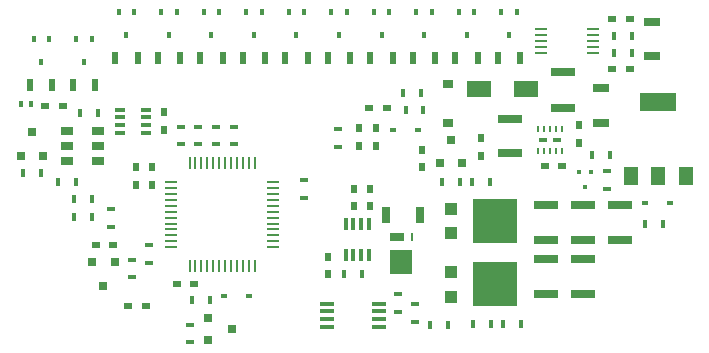
<source format=gbp>
G04 #@! TF.FileFunction,Paste,Bot*
%FSLAX46Y46*%
G04 Gerber Fmt 4.6, Leading zero omitted, Abs format (unit mm)*
G04 Created by KiCad (PCBNEW 4.0.7) date 05/06/18 00:27:53*
%MOMM*%
%LPD*%
G01*
G04 APERTURE LIST*
%ADD10C,0.100000*%
%ADD11R,0.640000X0.600000*%
%ADD12R,0.600000X0.640000*%
%ADD13R,0.480000X0.360000*%
%ADD14R,0.960000X0.720000*%
%ADD15R,1.016000X1.120000*%
%ADD16R,3.840000X3.776000*%
%ADD17R,1.360000X0.720000*%
%ADD18R,2.000000X0.720000*%
%ADD19R,3.040000X1.600000*%
%ADD20R,1.200000X1.600000*%
%ADD21R,0.320000X0.408000*%
%ADD22R,0.640000X0.720000*%
%ADD23R,0.720000X0.640000*%
%ADD24R,0.360000X0.560000*%
%ADD25R,0.720000X0.400000*%
%ADD26R,0.400000X0.720000*%
%ADD27R,0.720000X1.360000*%
%ADD28R,1.040000X0.200000*%
%ADD29R,0.200000X1.040000*%
%ADD30R,0.200000X0.560000*%
%ADD31R,0.720000X0.384000*%
%ADD32R,1.120000X0.240000*%
%ADD33R,0.320000X0.976000*%
%ADD34R,1.160000X0.360000*%
%ADD35R,1.840000X2.000000*%
%ADD36R,1.312000X0.800000*%
%ADD37R,0.280000X0.800000*%
%ADD38R,0.560000X1.040000*%
%ADD39R,2.000000X0.800000*%
%ADD40R,2.000000X1.440000*%
%ADD41R,0.320000X0.480000*%
%ADD42R,0.848000X0.320000*%
%ADD43R,1.016000X0.776000*%
G04 APERTURE END LIST*
D10*
D11*
X151850000Y-80900000D03*
X150350000Y-80900000D03*
X147600000Y-75800000D03*
X149100000Y-75800000D03*
X155950000Y-79100000D03*
X154450000Y-79100000D03*
D12*
X152400000Y-70650000D03*
X152400000Y-69150000D03*
X151000000Y-70650000D03*
X151000000Y-69150000D03*
X171300000Y-65850000D03*
X171300000Y-67350000D03*
X169900000Y-65850000D03*
X169900000Y-67350000D03*
D11*
X172250000Y-64200000D03*
X170750000Y-64200000D03*
D12*
X188550000Y-67150000D03*
X188550000Y-65650000D03*
D11*
X185600000Y-69100000D03*
X187100000Y-69100000D03*
X191350000Y-56650000D03*
X192850000Y-56650000D03*
X192850000Y-60900000D03*
X191350000Y-60900000D03*
D12*
X167300000Y-78250000D03*
X167300000Y-76750000D03*
X169500000Y-71000000D03*
X169500000Y-72500000D03*
X170800000Y-71000000D03*
X170800000Y-72500000D03*
D13*
X194150000Y-72250000D03*
X196250000Y-72250000D03*
D14*
X177400000Y-62150000D03*
X177400000Y-65450000D03*
D15*
X177650000Y-78060000D03*
D16*
X181450000Y-79100000D03*
D15*
X177650000Y-80140000D03*
X177650000Y-72710000D03*
D16*
X181450000Y-73750000D03*
D15*
X177650000Y-74790000D03*
D17*
X190400000Y-65400000D03*
X190400000Y-62500000D03*
D18*
X182650000Y-68000000D03*
X182650000Y-65100000D03*
D19*
X195250000Y-63650000D03*
D20*
X195250000Y-69950000D03*
X192950000Y-69950000D03*
X197550000Y-69950000D03*
D21*
X188500000Y-69550000D03*
X189500000Y-69550000D03*
X189000000Y-70850000D03*
D22*
X143150000Y-68200000D03*
X141250000Y-68200000D03*
X142200000Y-66200000D03*
D23*
X157100000Y-83850000D03*
X157100000Y-81950000D03*
X159100000Y-82900000D03*
D24*
X181950000Y-56000000D03*
X183250000Y-56000000D03*
X182600000Y-58000000D03*
X178350000Y-56000000D03*
X179650000Y-56000000D03*
X179000000Y-58000000D03*
X174750000Y-56000000D03*
X176050000Y-56000000D03*
X175400000Y-58000000D03*
X171150000Y-56000000D03*
X172450000Y-56000000D03*
X171800000Y-58000000D03*
X167550000Y-56000000D03*
X168850000Y-56000000D03*
X168200000Y-58000000D03*
X163950000Y-56000000D03*
X165250000Y-56000000D03*
X164600000Y-58000000D03*
X160350000Y-56000000D03*
X161650000Y-56000000D03*
X161000000Y-58000000D03*
X156750000Y-56000000D03*
X158050000Y-56000000D03*
X157400000Y-58000000D03*
X153150000Y-56000000D03*
X154450000Y-56000000D03*
X153800000Y-58000000D03*
X149550000Y-56000000D03*
X150850000Y-56000000D03*
X150200000Y-58000000D03*
X145950000Y-58300000D03*
X147250000Y-58300000D03*
X146600000Y-60300000D03*
X142350000Y-58300000D03*
X143650000Y-58300000D03*
X143000000Y-60300000D03*
D25*
X190900000Y-71000000D03*
X190900000Y-69500000D03*
D26*
X191150000Y-68150000D03*
X189650000Y-68150000D03*
X195600000Y-73950000D03*
X194100000Y-73950000D03*
X181000000Y-70400000D03*
X179500000Y-70400000D03*
X178450000Y-70400000D03*
X176950000Y-70400000D03*
X183600000Y-82450000D03*
X182100000Y-82450000D03*
X181050000Y-82450000D03*
X179550000Y-82450000D03*
X142950000Y-69700000D03*
X141450000Y-69700000D03*
X145900000Y-70400000D03*
X144400000Y-70400000D03*
D25*
X155600000Y-82500000D03*
X155600000Y-84000000D03*
X150700000Y-78500000D03*
X150700000Y-77000000D03*
D26*
X157250000Y-80450000D03*
X155750000Y-80450000D03*
X175350000Y-64300000D03*
X173850000Y-64300000D03*
D25*
X156300000Y-65750000D03*
X156300000Y-67250000D03*
X159300000Y-65750000D03*
X159300000Y-67250000D03*
X157800000Y-65750000D03*
X157800000Y-67250000D03*
X154800000Y-65750000D03*
X154800000Y-67250000D03*
D26*
X175150000Y-62900000D03*
X173650000Y-62900000D03*
X193000000Y-58050000D03*
X191500000Y-58050000D03*
X193000000Y-59500000D03*
X191500000Y-59500000D03*
D17*
X194700000Y-56850000D03*
X194700000Y-59750000D03*
D26*
X170150000Y-78250000D03*
X168650000Y-78250000D03*
D27*
X172200000Y-73250000D03*
X175100000Y-73250000D03*
D25*
X174650000Y-80750000D03*
X174650000Y-82250000D03*
D26*
X175900000Y-82500000D03*
X177400000Y-82500000D03*
D25*
X173200000Y-81450000D03*
X173200000Y-79950000D03*
D22*
X147300000Y-77200000D03*
X149200000Y-77200000D03*
X148250000Y-79200000D03*
D28*
X162650000Y-70450000D03*
X162650000Y-70950000D03*
X162650000Y-71450000D03*
X162650000Y-71950000D03*
X162650000Y-72450000D03*
X162650000Y-72950000D03*
X162650000Y-73450000D03*
X162650000Y-73950000D03*
X162650000Y-74450000D03*
X162650000Y-74950000D03*
X162650000Y-75450000D03*
X162650000Y-75950000D03*
D29*
X161050000Y-77550000D03*
X160550000Y-77550000D03*
X160050000Y-77550000D03*
X159550000Y-77550000D03*
X159050000Y-77550000D03*
X158550000Y-77550000D03*
X158050000Y-77550000D03*
X157550000Y-77550000D03*
X157050000Y-77550000D03*
X156550000Y-77550000D03*
X156050000Y-77550000D03*
X155550000Y-77550000D03*
D28*
X153950000Y-75950000D03*
X153950000Y-75450000D03*
X153950000Y-74950000D03*
X153950000Y-74450000D03*
X153950000Y-73950000D03*
X153950000Y-73450000D03*
X153950000Y-72950000D03*
X153950000Y-72450000D03*
X153950000Y-71950000D03*
X153950000Y-71450000D03*
X153950000Y-70950000D03*
X153950000Y-70450000D03*
D29*
X155550000Y-68850000D03*
X156050000Y-68850000D03*
X156550000Y-68850000D03*
X157050000Y-68850000D03*
X157550000Y-68850000D03*
X158050000Y-68850000D03*
X158550000Y-68850000D03*
X159050000Y-68850000D03*
X159550000Y-68850000D03*
X160050000Y-68850000D03*
X160550000Y-68850000D03*
X161050000Y-68850000D03*
D30*
X185050000Y-65975000D03*
X185550000Y-65975000D03*
X186050000Y-65975000D03*
X186550000Y-65975000D03*
X187050000Y-65975000D03*
X187050000Y-67825000D03*
X186550000Y-67825000D03*
X186050000Y-67825000D03*
X185550000Y-67825000D03*
X185050000Y-67825000D03*
D31*
X186650000Y-66900000D03*
X185450000Y-66900000D03*
D32*
X185300000Y-59500000D03*
X185300000Y-59000000D03*
X185300000Y-58500000D03*
X185300000Y-58000000D03*
X185300000Y-57500000D03*
X189700000Y-57500000D03*
X189700000Y-58000000D03*
X189700000Y-58500000D03*
X189700000Y-59000000D03*
X189700000Y-59500000D03*
D33*
X170700000Y-76620000D03*
X170060000Y-76620000D03*
X169400000Y-76620000D03*
X168760000Y-76620000D03*
X168760000Y-74000000D03*
X169400000Y-74000000D03*
X170060000Y-74000000D03*
X170700000Y-74000000D03*
D34*
X167200000Y-82675000D03*
X167200000Y-82025000D03*
X167200000Y-81375000D03*
X167200000Y-80725000D03*
X171600000Y-80725000D03*
X171600000Y-81375000D03*
X171600000Y-82025000D03*
X171600000Y-82675000D03*
D35*
X173425000Y-77200000D03*
D36*
X173100000Y-75050000D03*
D37*
X174400000Y-75050000D03*
D38*
X181650000Y-59900000D03*
X183550000Y-59900000D03*
X178050000Y-59900000D03*
X179950000Y-59900000D03*
X174450000Y-59900000D03*
X176350000Y-59900000D03*
X170850000Y-59900000D03*
X172750000Y-59900000D03*
X167250000Y-59900000D03*
X169150000Y-59900000D03*
X163650000Y-59900000D03*
X165550000Y-59900000D03*
X160050000Y-59900000D03*
X161950000Y-59900000D03*
X156450000Y-59900000D03*
X158350000Y-59900000D03*
X152850000Y-59900000D03*
X154750000Y-59900000D03*
X149250000Y-59900000D03*
X151150000Y-59900000D03*
X145650000Y-62200000D03*
X147550000Y-62200000D03*
X142000000Y-62200000D03*
X143900000Y-62200000D03*
D26*
X145750000Y-71900000D03*
X147250000Y-71900000D03*
D25*
X148900000Y-72750000D03*
X148900000Y-74250000D03*
X165250000Y-71800000D03*
X165250000Y-70300000D03*
D13*
X174900000Y-66050000D03*
X172800000Y-66050000D03*
D25*
X152150000Y-77300000D03*
X152150000Y-75800000D03*
D11*
X144850000Y-64000000D03*
X143350000Y-64000000D03*
D25*
X168100000Y-67450000D03*
X168100000Y-65950000D03*
D39*
X185750000Y-79950000D03*
X185750000Y-76950000D03*
X188850000Y-79950000D03*
X188850000Y-76950000D03*
X187150000Y-64150000D03*
X187150000Y-61150000D03*
D12*
X153400000Y-64550000D03*
X153400000Y-66050000D03*
X180200000Y-68200000D03*
X180200000Y-66700000D03*
X175200000Y-67700000D03*
X175200000Y-69200000D03*
D39*
X185750000Y-72350000D03*
X185750000Y-75350000D03*
X188850000Y-72350000D03*
X188850000Y-75350000D03*
X191950000Y-72350000D03*
X191950000Y-75350000D03*
D40*
X184050000Y-62600000D03*
X180050000Y-62600000D03*
D41*
X142150000Y-63800000D03*
X141250000Y-63800000D03*
D42*
X151900000Y-64320000D03*
X151900000Y-64970000D03*
X151900000Y-65630000D03*
X151900000Y-66280000D03*
X149700000Y-66280000D03*
X149700000Y-65630000D03*
X149700000Y-64970000D03*
X149700000Y-64320000D03*
D22*
X178650000Y-68850000D03*
X176750000Y-68850000D03*
X177700000Y-66850000D03*
D43*
X145200000Y-68670000D03*
X145200000Y-67400000D03*
X145200000Y-66130000D03*
X147800000Y-68670000D03*
X147800000Y-67400000D03*
X147800000Y-66130000D03*
D26*
X146300000Y-64600000D03*
X147800000Y-64600000D03*
X145750000Y-73400000D03*
X147250000Y-73400000D03*
D13*
X160600000Y-80100000D03*
X158500000Y-80100000D03*
M02*

</source>
